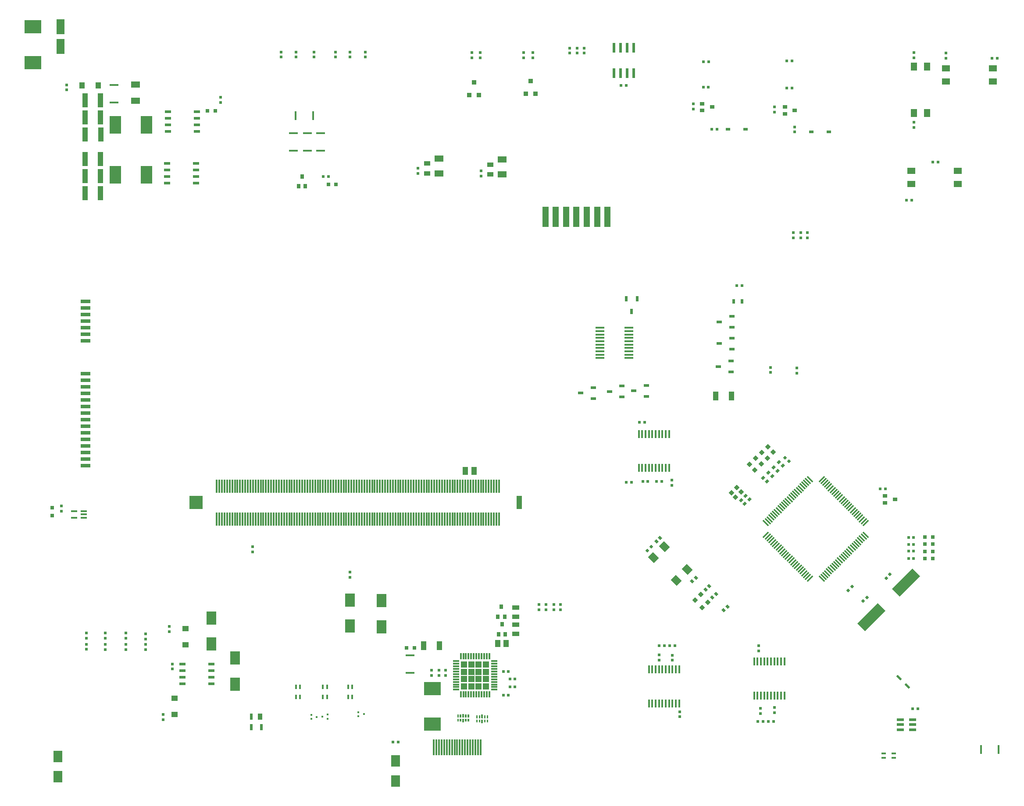
<source format=gtp>
G04 Layer_Color=8421504*
%FSLAX44Y44*%
%MOMM*%
G71*
G01*
G75*
%ADD12P,0.7071X4X360.0*%
%ADD13P,0.7071X4X270.0*%
%ADD14R,0.5000X0.5000*%
%ADD15R,0.5000X0.5000*%
%ADD16R,1.8000X2.3000*%
%ADD17R,1.8034X0.4064*%
%ADD18R,1.8288X2.5654*%
%ADD19R,0.4064X1.8034*%
%ADD20R,1.1176X2.7178*%
%ADD21R,1.3000X0.9000*%
%ADD22R,3.3000X2.5000*%
%ADD23R,0.4500X0.4000*%
%ADD24R,0.5334X1.1684*%
%ADD25R,0.9398X1.1684*%
%ADD26R,1.5500X3.0000*%
G04:AMPARAMS|DCode=27|XSize=1.1112mm|YSize=0.4008mm|CornerRadius=0mm|HoleSize=0mm|Usage=FLASHONLY|Rotation=315.000|XOffset=0mm|YOffset=0mm|HoleType=Round|Shape=Rectangle|*
%AMROTATEDRECTD27*
4,1,4,-0.5346,0.2512,-0.2512,0.5346,0.5346,-0.2512,0.2512,-0.5346,-0.5346,0.2512,0.0*
%
%ADD27ROTATEDRECTD27*%

%ADD28R,0.8064X0.5500*%
%ADD29R,0.9000X0.9500*%
%ADD30R,0.9000X0.9500*%
%ADD31R,1.1176X1.8034*%
%ADD32R,1.7780X1.2700*%
%ADD33R,1.6510X1.1430*%
%ADD34R,0.8000X0.8000*%
%ADD35R,1.2000X1.1000*%
%ADD36R,1.1000X1.2000*%
%ADD38R,0.6048X0.9016*%
%ADD39R,0.7000X0.9000*%
%ADD40R,1.2000X0.5800*%
%ADD41R,0.9000X0.7000*%
%ADD42R,0.5000X0.6000*%
G04:AMPARAMS|DCode=43|XSize=0.5mm|YSize=0.6mm|CornerRadius=0mm|HoleSize=0mm|Usage=FLASHONLY|Rotation=45.000|XOffset=0mm|YOffset=0mm|HoleType=Round|Shape=Rectangle|*
%AMROTATEDRECTD43*
4,1,4,0.0353,-0.3889,-0.3889,0.0353,-0.0353,0.3889,0.3889,-0.0353,0.0353,-0.3889,0.0*
%
%ADD43ROTATEDRECTD43*%

%ADD44R,0.6000X0.5000*%
%ADD45R,1.0160X1.3970*%
%ADD46R,1.3970X0.8128*%
G04:AMPARAMS|DCode=47|XSize=0.5mm|YSize=0.6mm|CornerRadius=0mm|HoleSize=0mm|Usage=FLASHONLY|Rotation=315.000|XOffset=0mm|YOffset=0mm|HoleType=Round|Shape=Rectangle|*
%AMROTATEDRECTD47*
4,1,4,-0.3889,-0.0353,0.0353,0.3889,0.3889,0.0353,-0.0353,-0.3889,-0.3889,-0.0353,0.0*
%
%ADD47ROTATEDRECTD47*%

G04:AMPARAMS|DCode=48|XSize=1.6mm|YSize=1.4mm|CornerRadius=0mm|HoleSize=0mm|Usage=FLASHONLY|Rotation=135.000|XOffset=0mm|YOffset=0mm|HoleType=Round|Shape=Rectangle|*
%AMROTATEDRECTD48*
4,1,4,1.0607,-0.0707,0.0707,-1.0607,-1.0607,0.0707,-0.0707,1.0607,1.0607,-0.0707,0.0*
%
%ADD48ROTATEDRECTD48*%

G04:AMPARAMS|DCode=49|XSize=0.2794mm|YSize=1.4732mm|CornerRadius=0mm|HoleSize=0mm|Usage=FLASHONLY|Rotation=225.000|XOffset=0mm|YOffset=0mm|HoleType=Round|Shape=Rectangle|*
%AMROTATEDRECTD49*
4,1,4,-0.4221,0.6196,0.6196,-0.4221,0.4221,-0.6196,-0.6196,0.4221,-0.4221,0.6196,0.0*
%
%ADD49ROTATEDRECTD49*%

G04:AMPARAMS|DCode=50|XSize=0.2794mm|YSize=1.4732mm|CornerRadius=0mm|HoleSize=0mm|Usage=FLASHONLY|Rotation=135.000|XOffset=0mm|YOffset=0mm|HoleType=Round|Shape=Rectangle|*
%AMROTATEDRECTD50*
4,1,4,0.6196,0.4221,-0.4221,-0.6196,-0.6196,-0.4221,0.4221,0.6196,0.6196,0.4221,0.0*
%
%ADD50ROTATEDRECTD50*%

%ADD51R,1.0160X0.5588*%
%ADD52R,0.5588X1.0160*%
%ADD53R,1.1684X0.3556*%
%ADD54R,1.6764X0.3556*%
%ADD55R,0.4000X1.6000*%
%ADD56R,1.3208X0.5588*%
%ADD57R,0.5588X1.9812*%
%ADD58R,1.5000X1.3000*%
%ADD59R,1.3000X1.5000*%
%ADD60R,1.2700X0.3048*%
%ADD61R,0.3048X1.2700*%
%ADD63R,0.3000X3.0480*%
%ADD65R,0.4000X0.7024*%
%ADD66R,2.2860X3.4290*%
%ADD67R,0.4000X0.9024*%
%ADD68R,0.9024X0.4000*%
%ADD69R,0.8000X0.8000*%
%ADD70P,1.1314X4X270.0*%
G04:AMPARAMS|DCode=71|XSize=0.8mm|YSize=0.8mm|CornerRadius=0mm|HoleSize=0mm|Usage=FLASHONLY|Rotation=225.000|XOffset=0mm|YOffset=0mm|HoleType=Round|Shape=Rectangle|*
%AMROTATEDRECTD71*
4,1,4,0.0000,0.5657,0.5657,0.0000,0.0000,-0.5657,-0.5657,0.0000,0.0000,0.5657,0.0*
%
%ADD71ROTATEDRECTD71*%

%ADD72R,0.8000X0.8000*%
%ADD73R,0.8000X0.8000*%
%ADD74P,1.1314X4X180.0*%
G04:AMPARAMS|DCode=75|XSize=0.8mm|YSize=0.8mm|CornerRadius=0mm|HoleSize=0mm|Usage=FLASHONLY|Rotation=135.000|XOffset=0mm|YOffset=0mm|HoleType=Round|Shape=Rectangle|*
%AMROTATEDRECTD75*
4,1,4,0.5657,0.0000,0.0000,-0.5657,-0.5657,0.0000,0.0000,0.5657,0.5657,0.0000,0.0*
%
%ADD75ROTATEDRECTD75*%

%ADD76R,1.1176X1.4986*%
%ADD77R,1.9000X0.6500*%
%ADD78R,1.2700X4.0000*%
G04:AMPARAMS|DCode=79|XSize=5.6mm|YSize=2.1mm|CornerRadius=0mm|HoleSize=0mm|Usage=FLASHONLY|Rotation=225.000|XOffset=0mm|YOffset=0mm|HoleType=Round|Shape=Rectangle|*
%AMROTATEDRECTD79*
4,1,4,1.2374,2.7224,2.7224,1.2374,-1.2374,-2.7224,-2.7224,-1.2374,1.2374,2.7224,0.0*
%
%ADD79ROTATEDRECTD79*%

%ADD80R,1.0160X2.5400*%
%ADD81R,2.5400X2.5400*%
%ADD82R,0.3302X2.5400*%
%ADD217R,0.0254X0.0254*%
G36*
X1026390Y182670D02*
X1023390D01*
Y188170D01*
X1026390D01*
Y182670D01*
D02*
G37*
G36*
X1031390D02*
X1028390D01*
Y188170D01*
X1031390D01*
Y182670D01*
D02*
G37*
G36*
X1004640Y176030D02*
X1001640D01*
Y181530D01*
X1004640D01*
Y176030D01*
D02*
G37*
G36*
X1021390Y182670D02*
X1018390D01*
Y188170D01*
X1021390D01*
Y182670D01*
D02*
G37*
G36*
X1036390D02*
X1033390D01*
Y188170D01*
X1036390D01*
Y182670D01*
D02*
G37*
G36*
X989640Y184230D02*
X986640D01*
Y189730D01*
X989640D01*
Y184230D01*
D02*
G37*
G36*
X994640D02*
X991640D01*
Y189730D01*
X994640D01*
Y184230D01*
D02*
G37*
G36*
X1041390Y182670D02*
X1038390D01*
Y188170D01*
X1041390D01*
Y182670D01*
D02*
G37*
G36*
X984640Y184230D02*
X981640D01*
Y189730D01*
X984640D01*
Y184230D01*
D02*
G37*
G36*
X1031390Y174470D02*
X1028390D01*
Y179970D01*
X1031390D01*
Y174470D01*
D02*
G37*
G36*
X1036390D02*
X1033390D01*
Y179970D01*
X1036390D01*
Y174470D01*
D02*
G37*
G36*
X1021390D02*
X1018390D01*
Y179970D01*
X1021390D01*
Y174470D01*
D02*
G37*
G36*
X1026390D02*
X1023390D01*
Y179970D01*
X1026390D01*
Y174470D01*
D02*
G37*
G36*
X1041390D02*
X1038390D01*
Y179970D01*
X1041390D01*
Y174470D01*
D02*
G37*
G36*
X994640Y176030D02*
X991640D01*
Y181530D01*
X994640D01*
Y176030D01*
D02*
G37*
G36*
X999640D02*
X996640D01*
Y181530D01*
X999640D01*
Y176030D01*
D02*
G37*
G36*
X984640D02*
X981640D01*
Y181530D01*
X984640D01*
Y176030D01*
D02*
G37*
G36*
X989640D02*
X986640D01*
Y181530D01*
X989640D01*
Y176030D01*
D02*
G37*
G36*
X1015000Y266430D02*
X1003030D01*
Y278400D01*
X1015000D01*
Y266430D01*
D02*
G37*
G36*
X1028970D02*
X1017000D01*
Y278400D01*
X1028970D01*
Y266430D01*
D02*
G37*
G36*
X1042940Y252460D02*
X1030970D01*
Y264430D01*
X1042940D01*
Y252460D01*
D02*
G37*
G36*
X1001030Y266430D02*
X989060D01*
Y278400D01*
X1001030D01*
Y266430D01*
D02*
G37*
G36*
X1042940D02*
X1030970D01*
Y278400D01*
X1042940D01*
Y266430D01*
D02*
G37*
G36*
X1028970Y280400D02*
X1017000D01*
Y292370D01*
X1028970D01*
Y280400D01*
D02*
G37*
G36*
X1042940D02*
X1030970D01*
Y292370D01*
X1042940D01*
Y280400D01*
D02*
G37*
G36*
X1001030D02*
X989060D01*
Y292370D01*
X1001030D01*
Y280400D01*
D02*
G37*
G36*
X1015000D02*
X1003030D01*
Y292370D01*
X1015000D01*
Y280400D01*
D02*
G37*
G36*
X1001030Y238490D02*
X989060D01*
Y250460D01*
X1001030D01*
Y238490D01*
D02*
G37*
G36*
X1015000D02*
X1003030D01*
Y250460D01*
X1015000D01*
Y238490D01*
D02*
G37*
G36*
X999640Y184230D02*
X996640D01*
Y189730D01*
X999640D01*
Y184230D01*
D02*
G37*
G36*
X1004640D02*
X1001640D01*
Y189730D01*
X1004640D01*
Y184230D01*
D02*
G37*
G36*
X1028970Y238490D02*
X1017000D01*
Y250460D01*
X1028970D01*
Y238490D01*
D02*
G37*
G36*
X1015000Y252460D02*
X1003030D01*
Y264430D01*
X1015000D01*
Y252460D01*
D02*
G37*
G36*
X1028970D02*
X1017000D01*
Y264430D01*
X1028970D01*
Y252460D01*
D02*
G37*
G36*
X1042940Y238490D02*
X1030970D01*
Y250460D01*
X1042940D01*
Y238490D01*
D02*
G37*
G36*
X1001030Y252460D02*
X989060D01*
Y264430D01*
X1001030D01*
Y252460D01*
D02*
G37*
D12*
X1621790Y679450D02*
D03*
X1614719Y686521D02*
D03*
D13*
X1736639Y429809D02*
D03*
X1743710Y436880D02*
D03*
X1356086Y514076D02*
D03*
X1349014Y507005D02*
D03*
X1810024Y453664D02*
D03*
X1817095Y460736D02*
D03*
X1772646Y416286D02*
D03*
X1765574Y409215D02*
D03*
D14*
X867410Y136560D02*
D03*
X857410D02*
D03*
X1349850Y640080D02*
D03*
X1339850D02*
D03*
X1333500Y754380D02*
D03*
X1343500D02*
D03*
X1318100Y638810D02*
D03*
X1308100D02*
D03*
X1376520Y640080D02*
D03*
X1366520D02*
D03*
X1531460Y1018540D02*
D03*
X1521460D02*
D03*
X1860710Y200660D02*
D03*
X1870710D02*
D03*
X1307940Y1405890D02*
D03*
X1297940D02*
D03*
X1562180Y176530D02*
D03*
X1572180D02*
D03*
X1582500D02*
D03*
X1592500D02*
D03*
X1392080Y322580D02*
D03*
X1402080D02*
D03*
X1371760D02*
D03*
X1381760D02*
D03*
D15*
X265430Y347300D02*
D03*
Y337300D02*
D03*
X302260Y347380D02*
D03*
Y337380D02*
D03*
X341630Y347300D02*
D03*
Y337300D02*
D03*
X379730Y346030D02*
D03*
Y336030D02*
D03*
X1139190Y402510D02*
D03*
Y392510D02*
D03*
X1153160Y402510D02*
D03*
Y392510D02*
D03*
X1168400Y402430D02*
D03*
Y392430D02*
D03*
X1181100Y402430D02*
D03*
Y392430D02*
D03*
X1395730Y642540D02*
D03*
Y632540D02*
D03*
X932180Y265510D02*
D03*
Y275510D02*
D03*
X431800Y287690D02*
D03*
Y277690D02*
D03*
X774700Y464740D02*
D03*
Y454740D02*
D03*
X414020Y189820D02*
D03*
Y179820D02*
D03*
X425450Y350000D02*
D03*
Y360000D02*
D03*
X1027430Y1230790D02*
D03*
Y1240790D02*
D03*
X641350Y1470500D02*
D03*
Y1460500D02*
D03*
X746760Y1470500D02*
D03*
Y1460500D02*
D03*
X905510Y1235870D02*
D03*
Y1245870D02*
D03*
X227330Y1407000D02*
D03*
Y1397000D02*
D03*
X1212850Y1468120D02*
D03*
Y1478120D02*
D03*
X1563370Y322500D02*
D03*
Y312500D02*
D03*
X1567180Y201930D02*
D03*
Y191930D02*
D03*
X1593850Y203120D02*
D03*
Y193120D02*
D03*
X1410970Y195420D02*
D03*
Y185420D02*
D03*
X1397000Y304640D02*
D03*
Y294640D02*
D03*
X1371600Y304720D02*
D03*
Y294720D02*
D03*
X586740Y514270D02*
D03*
Y504270D02*
D03*
D16*
X210820Y69400D02*
D03*
Y108400D02*
D03*
X862330Y61630D02*
D03*
Y100630D02*
D03*
D17*
X890270Y304038D02*
D03*
Y270002D02*
D03*
X717550Y1313688D02*
D03*
Y1279652D02*
D03*
X692150Y1313688D02*
D03*
Y1279652D02*
D03*
X665480Y1313688D02*
D03*
Y1279652D02*
D03*
X318770Y1406398D02*
D03*
Y1372362D02*
D03*
D18*
X506730Y376463D02*
D03*
Y325917D02*
D03*
X774700Y411353D02*
D03*
Y360807D02*
D03*
X835660Y410083D02*
D03*
Y359537D02*
D03*
X552450Y298993D02*
D03*
Y248447D02*
D03*
D19*
X703326Y1347470D02*
D03*
X669290D02*
D03*
X2026666Y121920D02*
D03*
X1992630D02*
D03*
D20*
X263144Y1263650D02*
D03*
X293116D02*
D03*
X263144Y1230630D02*
D03*
X293116D02*
D03*
X263144Y1197610D02*
D03*
X293116D02*
D03*
X263398Y1310640D02*
D03*
X293370D02*
D03*
X263144Y1343660D02*
D03*
X293116D02*
D03*
X262890Y1376680D02*
D03*
X292862D02*
D03*
D21*
X1045210Y1233830D02*
D03*
Y1252830D02*
D03*
X923290Y1235760D02*
D03*
Y1254760D02*
D03*
D22*
X933450Y240240D02*
D03*
Y171240D02*
D03*
X162560Y1518920D02*
D03*
Y1449920D02*
D03*
D23*
X801370Y190500D02*
D03*
X790870Y194500D02*
D03*
Y186500D02*
D03*
X710270Y185230D02*
D03*
X699770Y189230D02*
D03*
Y181230D02*
D03*
X721020Y185610D02*
D03*
X731520Y181610D02*
D03*
Y189610D02*
D03*
D24*
X603200Y165770D02*
D03*
X584200D02*
D03*
Y186090D02*
D03*
D25*
X601168D02*
D03*
D26*
X215900Y1518870D02*
D03*
Y1480870D02*
D03*
D27*
X1834638Y260862D02*
D03*
X1850902Y244598D02*
D03*
D28*
X1665478Y1315720D02*
D03*
X1698962D02*
D03*
X1504718Y1320800D02*
D03*
X1538202D02*
D03*
D29*
X1113840Y1389380D02*
D03*
X1123340Y1414380D02*
D03*
X1004620Y1386840D02*
D03*
X1014120Y1411840D02*
D03*
D30*
X1132840Y1389380D02*
D03*
X1023620Y1386840D02*
D03*
D31*
X1481074Y805180D02*
D03*
X1511046D02*
D03*
X917194Y322580D02*
D03*
X947166D02*
D03*
D32*
X1068070Y1234186D02*
D03*
Y1262634D02*
D03*
X946150Y1235710D02*
D03*
Y1264158D02*
D03*
D33*
X360680Y1376553D02*
D03*
Y1407287D02*
D03*
D34*
X899160Y318770D02*
D03*
X884160D02*
D03*
X1884861Y532874D02*
D03*
Y519032D02*
D03*
Y505189D02*
D03*
Y491347D02*
D03*
X747790Y1214120D02*
D03*
X514350Y1356360D02*
D03*
D35*
X457200Y324860D02*
D03*
Y355860D02*
D03*
X435610Y220900D02*
D03*
Y189900D02*
D03*
D36*
X257550Y1405890D02*
D03*
X288550D02*
D03*
D38*
X1531620Y988060D02*
D03*
X1515572D02*
D03*
D39*
X1060150Y378841D02*
D03*
X1073150D02*
D03*
X1066650Y397841D02*
D03*
X1061570Y345211D02*
D03*
X1074570D02*
D03*
X1068070Y364211D02*
D03*
X675490Y1210970D02*
D03*
X688490D02*
D03*
X681990Y1229970D02*
D03*
D40*
X477580Y1216660D02*
D03*
Y1229360D02*
D03*
Y1242060D02*
D03*
Y1254760D02*
D03*
X421580Y1216660D02*
D03*
Y1229360D02*
D03*
Y1242060D02*
D03*
Y1254760D02*
D03*
X478910Y1316990D02*
D03*
Y1329690D02*
D03*
Y1342390D02*
D03*
Y1355090D02*
D03*
X422910Y1316990D02*
D03*
Y1329690D02*
D03*
Y1342390D02*
D03*
Y1355090D02*
D03*
X450790Y287690D02*
D03*
Y274990D02*
D03*
Y262290D02*
D03*
Y249590D02*
D03*
X506790Y287690D02*
D03*
Y274990D02*
D03*
Y262290D02*
D03*
Y249590D02*
D03*
D41*
X1807870Y612290D02*
D03*
Y599290D02*
D03*
X1826870Y605790D02*
D03*
X1614170Y1363980D02*
D03*
Y1350980D02*
D03*
X1633170Y1357480D02*
D03*
X1454810Y1370480D02*
D03*
Y1357480D02*
D03*
X1473810Y1363980D02*
D03*
D42*
X1863010Y532130D02*
D03*
X1853010D02*
D03*
X1863010Y518160D02*
D03*
X1853010D02*
D03*
X1863010Y505460D02*
D03*
X1853010D02*
D03*
X1863010Y491490D02*
D03*
X1853010D02*
D03*
X1070690Y273050D02*
D03*
X1080690D02*
D03*
X1083390Y258160D02*
D03*
X1093390D02*
D03*
X1083390Y242920D02*
D03*
X1093390D02*
D03*
X1070690Y227330D02*
D03*
X1080690D02*
D03*
X732790Y1229360D02*
D03*
X722790D02*
D03*
X1798320Y626110D02*
D03*
X1808320D02*
D03*
X1910080Y1257300D02*
D03*
X1900080D02*
D03*
X1627980Y1452880D02*
D03*
X1617980D02*
D03*
X1466850Y1451610D02*
D03*
X1456850D02*
D03*
X1627980Y1400810D02*
D03*
X1617980D02*
D03*
X1466770Y1402080D02*
D03*
X1456770D02*
D03*
X1473200Y1320800D02*
D03*
X1483200D02*
D03*
X1849200Y1183640D02*
D03*
X1859200D02*
D03*
X2014380Y1457960D02*
D03*
X2024380D02*
D03*
D43*
X1496335Y391435D02*
D03*
X1503406Y398506D02*
D03*
X1481328Y423087D02*
D03*
X1474257Y416016D02*
D03*
X1468120Y438150D02*
D03*
X1461049Y431079D02*
D03*
X1435374Y447314D02*
D03*
X1442446Y454386D02*
D03*
X1366246Y524236D02*
D03*
X1373317Y531307D02*
D03*
D44*
X265430Y315790D02*
D03*
Y325790D02*
D03*
X302260Y315630D02*
D03*
Y325630D02*
D03*
X341630Y315710D02*
D03*
Y325710D02*
D03*
X379730Y315710D02*
D03*
Y325710D02*
D03*
X217170Y593010D02*
D03*
Y583010D02*
D03*
X1630680Y1111330D02*
D03*
Y1121330D02*
D03*
X1644650Y1111250D02*
D03*
Y1121250D02*
D03*
X1657350Y1111250D02*
D03*
Y1121250D02*
D03*
X946150Y265590D02*
D03*
Y275590D02*
D03*
X958850Y265510D02*
D03*
Y275510D02*
D03*
X704850Y1460500D02*
D03*
Y1470500D02*
D03*
X670560Y1470500D02*
D03*
Y1460500D02*
D03*
X803910Y1460500D02*
D03*
Y1470500D02*
D03*
X774700Y1470500D02*
D03*
Y1460500D02*
D03*
X1226820Y1478120D02*
D03*
Y1468120D02*
D03*
X1586230Y860900D02*
D03*
Y850900D02*
D03*
X1637030Y859710D02*
D03*
Y849710D02*
D03*
X1198880Y1478120D02*
D03*
Y1468120D02*
D03*
X1633220Y1325720D02*
D03*
Y1315720D02*
D03*
X1593850Y1353900D02*
D03*
Y1363900D02*
D03*
X1437640Y1360170D02*
D03*
Y1370170D02*
D03*
X1127760Y1459310D02*
D03*
Y1469310D02*
D03*
X1925320Y1468040D02*
D03*
Y1458040D02*
D03*
X1109980Y1459310D02*
D03*
Y1469310D02*
D03*
X1863090Y1459310D02*
D03*
Y1469310D02*
D03*
Y1324690D02*
D03*
Y1334690D02*
D03*
X1026160Y1459230D02*
D03*
Y1469230D02*
D03*
X1009650Y1459310D02*
D03*
Y1469310D02*
D03*
X524510Y1372950D02*
D03*
Y1382950D02*
D03*
D45*
X1075817Y326771D02*
D03*
X1060323D02*
D03*
D46*
X1094740Y396494D02*
D03*
Y378968D02*
D03*
Y363474D02*
D03*
Y345948D02*
D03*
D47*
X1592854Y667746D02*
D03*
X1599926Y660674D02*
D03*
X1603015Y677906D02*
D03*
X1610086Y670834D02*
D03*
X1538519Y612861D02*
D03*
X1545590Y605790D02*
D03*
X1529629Y603971D02*
D03*
X1536700Y596900D02*
D03*
X1582695Y657586D02*
D03*
X1589766Y650514D02*
D03*
X1572534Y647426D02*
D03*
X1579606Y640354D02*
D03*
D48*
X1404388Y449296D02*
D03*
X1360547Y493137D02*
D03*
X1425601Y470509D02*
D03*
X1381760Y514350D02*
D03*
D49*
X1662405Y644948D02*
D03*
X1658869Y641412D02*
D03*
X1655334Y637877D02*
D03*
X1651798Y634341D02*
D03*
X1648263Y630806D02*
D03*
X1644727Y627270D02*
D03*
X1641192Y623735D02*
D03*
X1637656Y620199D02*
D03*
X1634121Y616664D02*
D03*
X1630585Y613128D02*
D03*
X1627050Y609593D02*
D03*
X1623514Y606057D02*
D03*
X1619978Y602522D02*
D03*
X1616443Y598986D02*
D03*
X1612907Y595451D02*
D03*
X1609372Y591915D02*
D03*
X1605836Y588379D02*
D03*
X1602301Y584844D02*
D03*
X1598765Y581308D02*
D03*
X1595230Y577773D02*
D03*
X1591694Y574237D02*
D03*
X1588159Y570702D02*
D03*
X1584623Y567166D02*
D03*
X1581088Y563631D02*
D03*
X1577552Y560095D02*
D03*
X1685315Y452332D02*
D03*
X1688851Y455868D02*
D03*
X1692386Y459403D02*
D03*
X1695922Y462939D02*
D03*
X1699457Y466474D02*
D03*
X1702993Y470010D02*
D03*
X1706528Y473545D02*
D03*
X1710064Y477081D02*
D03*
X1713599Y480616D02*
D03*
X1717135Y484152D02*
D03*
X1720670Y487687D02*
D03*
X1724206Y491223D02*
D03*
X1727742Y494758D02*
D03*
X1731277Y498294D02*
D03*
X1734813Y501829D02*
D03*
X1738348Y505365D02*
D03*
X1741884Y508901D02*
D03*
X1745419Y512436D02*
D03*
X1748955Y515972D02*
D03*
X1752490Y519507D02*
D03*
X1756026Y523043D02*
D03*
X1759561Y526578D02*
D03*
X1763097Y530114D02*
D03*
X1766632Y533649D02*
D03*
X1770168Y537185D02*
D03*
D50*
X1577552D02*
D03*
X1581088Y533649D02*
D03*
X1584623Y530114D02*
D03*
X1588159Y526578D02*
D03*
X1591694Y523043D02*
D03*
X1595230Y519507D02*
D03*
X1598765Y515972D02*
D03*
X1602301Y512436D02*
D03*
X1605836Y508901D02*
D03*
X1609372Y505365D02*
D03*
X1612907Y501829D02*
D03*
X1616443Y498294D02*
D03*
X1619978Y494758D02*
D03*
X1623514Y491223D02*
D03*
X1627050Y487687D02*
D03*
X1630585Y484152D02*
D03*
X1634121Y480616D02*
D03*
X1637656Y477081D02*
D03*
X1641192Y473545D02*
D03*
X1644727Y470010D02*
D03*
X1648263Y466474D02*
D03*
X1651798Y462939D02*
D03*
X1655334Y459403D02*
D03*
X1658869Y455868D02*
D03*
X1662405Y452332D02*
D03*
X1770168Y560095D02*
D03*
X1766632Y563631D02*
D03*
X1763097Y567166D02*
D03*
X1759561Y570702D02*
D03*
X1756026Y574237D02*
D03*
X1752490Y577773D02*
D03*
X1748955Y581308D02*
D03*
X1745419Y584844D02*
D03*
X1741884Y588379D02*
D03*
X1738348Y591915D02*
D03*
X1734813Y595451D02*
D03*
X1731277Y598986D02*
D03*
X1727742Y602522D02*
D03*
X1724206Y606057D02*
D03*
X1720670Y609593D02*
D03*
X1717135Y613128D02*
D03*
X1713599Y616664D02*
D03*
X1710064Y620199D02*
D03*
X1706528Y623735D02*
D03*
X1702993Y627270D02*
D03*
X1699457Y630806D02*
D03*
X1695922Y634341D02*
D03*
X1692386Y637877D02*
D03*
X1688851Y641412D02*
D03*
X1685315Y644948D02*
D03*
D51*
X1322578Y815340D02*
D03*
X1346962Y825840D02*
D03*
Y804840D02*
D03*
X1487678Y948690D02*
D03*
X1512062Y959190D02*
D03*
Y938190D02*
D03*
X1487678Y906780D02*
D03*
X1512062Y917280D02*
D03*
Y896280D02*
D03*
X1485900Y862330D02*
D03*
X1510284Y872830D02*
D03*
Y851830D02*
D03*
X1220216Y811190D02*
D03*
X1244600Y821690D02*
D03*
Y800690D02*
D03*
X1275588Y814070D02*
D03*
X1299972Y824570D02*
D03*
Y803570D02*
D03*
D52*
X1318600Y968756D02*
D03*
X1308100Y993140D02*
D03*
X1329100D02*
D03*
D53*
X241808Y570080D02*
D03*
Y583080D02*
D03*
X261112D02*
D03*
Y576580D02*
D03*
Y570080D02*
D03*
D54*
X1313434Y937300D02*
D03*
Y930800D02*
D03*
Y924300D02*
D03*
Y917800D02*
D03*
Y911300D02*
D03*
Y904800D02*
D03*
Y898300D02*
D03*
Y891800D02*
D03*
Y885300D02*
D03*
Y878800D02*
D03*
X1257046Y878800D02*
D03*
Y885300D02*
D03*
Y891800D02*
D03*
Y898300D02*
D03*
Y904800D02*
D03*
Y911300D02*
D03*
Y917800D02*
D03*
Y924300D02*
D03*
Y930800D02*
D03*
Y937300D02*
D03*
D55*
X1390730Y732250D02*
D03*
X1384230D02*
D03*
X1377730D02*
D03*
X1371230D02*
D03*
X1364730D02*
D03*
X1358230D02*
D03*
X1351730D02*
D03*
X1345230D02*
D03*
X1338730D02*
D03*
X1332230D02*
D03*
X1390730Y666750D02*
D03*
X1384230D02*
D03*
X1377730D02*
D03*
X1371230D02*
D03*
X1364730D02*
D03*
X1358230D02*
D03*
X1351730D02*
D03*
X1345230D02*
D03*
X1338730D02*
D03*
X1332230D02*
D03*
X1613500Y292100D02*
D03*
X1607000D02*
D03*
X1600500D02*
D03*
X1594000D02*
D03*
X1587500D02*
D03*
X1581000D02*
D03*
X1574500D02*
D03*
X1568000D02*
D03*
X1561500D02*
D03*
X1555000D02*
D03*
X1613500Y226600D02*
D03*
X1607000D02*
D03*
X1600500D02*
D03*
X1594000D02*
D03*
X1587500D02*
D03*
X1581000D02*
D03*
X1574500D02*
D03*
X1568000D02*
D03*
X1561500D02*
D03*
X1555000D02*
D03*
X1351800Y211360D02*
D03*
X1358300D02*
D03*
X1364800D02*
D03*
X1371300D02*
D03*
X1377800D02*
D03*
X1384300D02*
D03*
X1390800D02*
D03*
X1397300D02*
D03*
X1403800D02*
D03*
X1410300D02*
D03*
X1351800Y276860D02*
D03*
X1358300D02*
D03*
X1364800D02*
D03*
X1371300D02*
D03*
X1377800D02*
D03*
X1384300D02*
D03*
X1390800D02*
D03*
X1397300D02*
D03*
X1403800D02*
D03*
X1410300D02*
D03*
D56*
X1837182Y179680D02*
D03*
Y170180D02*
D03*
Y160680D02*
D03*
X1861058D02*
D03*
Y170180D02*
D03*
Y179680D02*
D03*
D57*
X1283970Y1478788D02*
D03*
X1296670D02*
D03*
X1309370D02*
D03*
X1322070D02*
D03*
Y1429512D02*
D03*
X1309370D02*
D03*
X1296670D02*
D03*
X1283970D02*
D03*
D58*
X1948180Y1215390D02*
D03*
Y1240790D02*
D03*
X1858180Y1215390D02*
D03*
Y1240790D02*
D03*
X2015490Y1413510D02*
D03*
Y1438910D02*
D03*
X1925490Y1413510D02*
D03*
Y1438910D02*
D03*
D59*
X1888490Y1442550D02*
D03*
X1863090D02*
D03*
X1888490Y1352550D02*
D03*
X1863090D02*
D03*
D60*
X979170Y292930D02*
D03*
Y287930D02*
D03*
Y282930D02*
D03*
Y277930D02*
D03*
Y272930D02*
D03*
Y267930D02*
D03*
Y262930D02*
D03*
Y257930D02*
D03*
Y252930D02*
D03*
Y247930D02*
D03*
Y242930D02*
D03*
Y237930D02*
D03*
X1052830D02*
D03*
Y242930D02*
D03*
Y247930D02*
D03*
Y252930D02*
D03*
Y257930D02*
D03*
Y262930D02*
D03*
Y267930D02*
D03*
Y272930D02*
D03*
Y277930D02*
D03*
Y282930D02*
D03*
Y287930D02*
D03*
Y292930D02*
D03*
D61*
X988500Y228600D02*
D03*
X993500D02*
D03*
X998500D02*
D03*
X1003500D02*
D03*
X1008500D02*
D03*
X1013500D02*
D03*
X1018500D02*
D03*
X1023500D02*
D03*
X1028500D02*
D03*
X1033500D02*
D03*
X1038500D02*
D03*
X1043500D02*
D03*
Y302260D02*
D03*
X1038500D02*
D03*
X1033500D02*
D03*
X1028500D02*
D03*
X1023500D02*
D03*
X1013500D02*
D03*
X1008500D02*
D03*
X998500D02*
D03*
X993500D02*
D03*
X988500D02*
D03*
X1018500D02*
D03*
X1003500D02*
D03*
D63*
X936600Y126310D02*
D03*
X941600D02*
D03*
X946600D02*
D03*
X951600D02*
D03*
X956600D02*
D03*
X961600D02*
D03*
X966600D02*
D03*
X971600D02*
D03*
X976600D02*
D03*
X981600D02*
D03*
X986600D02*
D03*
X991600D02*
D03*
X996600D02*
D03*
X1001600D02*
D03*
X1006600D02*
D03*
X1011600D02*
D03*
X1016600D02*
D03*
X1021600D02*
D03*
X1026600D02*
D03*
D65*
X993140Y187742D02*
D03*
Y178018D02*
D03*
X1029890Y176458D02*
D03*
Y186182D02*
D03*
D66*
X321818Y1233170D02*
D03*
X381762D02*
D03*
X321818Y1329690D02*
D03*
X381762D02*
D03*
D67*
X722250Y223668D02*
D03*
X730250D02*
D03*
X678370Y243692D02*
D03*
X670370D02*
D03*
X678370Y223668D02*
D03*
X670370D02*
D03*
X778890Y243692D02*
D03*
X770890D02*
D03*
X778890Y223668D02*
D03*
X770890D02*
D03*
X730250Y243692D02*
D03*
X722250D02*
D03*
D68*
X1804818Y114490D02*
D03*
Y106490D02*
D03*
X1824842Y114490D02*
D03*
Y106490D02*
D03*
D69*
X1899861Y532874D02*
D03*
Y519032D02*
D03*
Y505189D02*
D03*
Y491347D02*
D03*
X732790Y1214120D02*
D03*
X499350Y1356360D02*
D03*
D70*
X1465093Y406851D02*
D03*
X1451610Y421640D02*
D03*
X1518920Y609600D02*
D03*
X1510853Y618043D02*
D03*
D71*
X1454486Y396245D02*
D03*
X1441003Y411033D02*
D03*
X1529527Y620207D02*
D03*
X1521460Y628650D02*
D03*
D72*
X199390Y574280D02*
D03*
D73*
Y589280D02*
D03*
D74*
X1580327Y685353D02*
D03*
X1591757Y696783D02*
D03*
X1568450Y674370D02*
D03*
X1556197Y662493D02*
D03*
D75*
X1569720Y695960D02*
D03*
X1581150Y707390D02*
D03*
X1557843Y684977D02*
D03*
X1545590Y673100D02*
D03*
D76*
X1014095Y660400D02*
D03*
X997585D02*
D03*
D77*
X264160Y670560D02*
D03*
Y683260D02*
D03*
Y695960D02*
D03*
Y708660D02*
D03*
Y721360D02*
D03*
Y734060D02*
D03*
Y746760D02*
D03*
Y759460D02*
D03*
Y772160D02*
D03*
Y784860D02*
D03*
Y797560D02*
D03*
Y810260D02*
D03*
Y822960D02*
D03*
Y835660D02*
D03*
Y848360D02*
D03*
Y911810D02*
D03*
Y924510D02*
D03*
Y937210D02*
D03*
Y949910D02*
D03*
Y962610D02*
D03*
Y975310D02*
D03*
Y988010D02*
D03*
D78*
X1271900Y1151890D02*
D03*
X1251900D02*
D03*
X1231900D02*
D03*
X1211900D02*
D03*
X1191900D02*
D03*
X1171900D02*
D03*
X1151900D02*
D03*
D79*
X1848418Y445068D02*
D03*
X1781242Y377892D02*
D03*
D80*
X1101598Y599440D02*
D03*
D81*
X477520D02*
D03*
D82*
X1062398Y567776D02*
D03*
X1057398D02*
D03*
X1052398D02*
D03*
X1047398D02*
D03*
X1042398D02*
D03*
X1037398D02*
D03*
X1032398D02*
D03*
X1027398D02*
D03*
X1022398D02*
D03*
X1017398D02*
D03*
X1012398D02*
D03*
X1007398D02*
D03*
X1002398D02*
D03*
X997398D02*
D03*
X992398D02*
D03*
X987398D02*
D03*
X982398D02*
D03*
X977398D02*
D03*
X972398D02*
D03*
X967398D02*
D03*
X962398D02*
D03*
X957398D02*
D03*
X952398D02*
D03*
X947398D02*
D03*
X942398D02*
D03*
X937398D02*
D03*
X932398D02*
D03*
X927398D02*
D03*
X922398D02*
D03*
X917398D02*
D03*
X912398D02*
D03*
X907398D02*
D03*
X902398D02*
D03*
X897398D02*
D03*
X892398D02*
D03*
X887398D02*
D03*
X882398D02*
D03*
X877398D02*
D03*
X872398D02*
D03*
X867398D02*
D03*
X862398D02*
D03*
X857398D02*
D03*
X852398D02*
D03*
X847398D02*
D03*
X842398D02*
D03*
X837398D02*
D03*
X832398D02*
D03*
X827398D02*
D03*
X822398D02*
D03*
X817398D02*
D03*
X812398D02*
D03*
X807398D02*
D03*
X802398D02*
D03*
X797398D02*
D03*
X792398D02*
D03*
X787398D02*
D03*
X782398D02*
D03*
X777398D02*
D03*
X772398D02*
D03*
X767398D02*
D03*
X762398D02*
D03*
X757398D02*
D03*
X752398D02*
D03*
X747398D02*
D03*
X742398D02*
D03*
X737398D02*
D03*
X732398D02*
D03*
X727398D02*
D03*
X722398D02*
D03*
X717398D02*
D03*
X712398D02*
D03*
X707398D02*
D03*
X702398D02*
D03*
X697398D02*
D03*
X692398D02*
D03*
X687398D02*
D03*
X682398D02*
D03*
X677398D02*
D03*
X672398D02*
D03*
X667398D02*
D03*
X662398D02*
D03*
X657398D02*
D03*
X652398D02*
D03*
X647398D02*
D03*
X642398D02*
D03*
X637398D02*
D03*
X632398D02*
D03*
X627398D02*
D03*
X622398D02*
D03*
X617398D02*
D03*
X612398D02*
D03*
X607398D02*
D03*
X602398D02*
D03*
X597398D02*
D03*
X592398D02*
D03*
X587398D02*
D03*
X582398D02*
D03*
X577398D02*
D03*
X572398D02*
D03*
X567398D02*
D03*
X562398D02*
D03*
X557398D02*
D03*
X552398D02*
D03*
X547398D02*
D03*
X542398D02*
D03*
X537398D02*
D03*
X532398D02*
D03*
X527398D02*
D03*
X522398D02*
D03*
X517398D02*
D03*
X1062398Y630936D02*
D03*
X1057398D02*
D03*
X1052398D02*
D03*
X1047398D02*
D03*
X1042398D02*
D03*
X1037398D02*
D03*
X1032398D02*
D03*
X1027398D02*
D03*
X1022398D02*
D03*
X1017398D02*
D03*
X1012398D02*
D03*
X1007398D02*
D03*
X1002398D02*
D03*
X997398D02*
D03*
X992398D02*
D03*
X987398D02*
D03*
X982398D02*
D03*
X977398D02*
D03*
X972398D02*
D03*
X967398D02*
D03*
X962398D02*
D03*
X957398D02*
D03*
X952398D02*
D03*
X947398D02*
D03*
X942398D02*
D03*
X937398D02*
D03*
X932398D02*
D03*
X927398D02*
D03*
X922398D02*
D03*
X917398D02*
D03*
X912398D02*
D03*
X907398D02*
D03*
X902398D02*
D03*
X897398D02*
D03*
X892398D02*
D03*
X887398D02*
D03*
X882398D02*
D03*
X877398D02*
D03*
X872398D02*
D03*
X867398D02*
D03*
X862398D02*
D03*
X857398D02*
D03*
X852398D02*
D03*
X847398D02*
D03*
X842398D02*
D03*
X837398D02*
D03*
X832398D02*
D03*
X827398D02*
D03*
X822398D02*
D03*
X817398D02*
D03*
X812398D02*
D03*
X807398D02*
D03*
X802398D02*
D03*
X797398D02*
D03*
X792398D02*
D03*
X787398D02*
D03*
X782398D02*
D03*
X777398D02*
D03*
X772398D02*
D03*
X767398D02*
D03*
X762398D02*
D03*
X757398D02*
D03*
X752398D02*
D03*
X747398D02*
D03*
X742398D02*
D03*
X737398D02*
D03*
X732398D02*
D03*
X727398D02*
D03*
X722398D02*
D03*
X717398D02*
D03*
X712398D02*
D03*
X707398D02*
D03*
X702398D02*
D03*
X697398D02*
D03*
X692398D02*
D03*
X687398D02*
D03*
X682398D02*
D03*
X677398D02*
D03*
X672398D02*
D03*
X667398D02*
D03*
X662398D02*
D03*
X657398D02*
D03*
X652398D02*
D03*
X647398D02*
D03*
X642398D02*
D03*
X637398D02*
D03*
X632398D02*
D03*
X627398D02*
D03*
X622398D02*
D03*
X617398D02*
D03*
X612398D02*
D03*
X607398D02*
D03*
X602398D02*
D03*
X597398D02*
D03*
X592398D02*
D03*
X587398D02*
D03*
X582398D02*
D03*
X577398D02*
D03*
X572398D02*
D03*
X567398D02*
D03*
X562398D02*
D03*
X557398D02*
D03*
X552398D02*
D03*
X547398D02*
D03*
X542398D02*
D03*
X537398D02*
D03*
X532398D02*
D03*
X527398D02*
D03*
X522398D02*
D03*
X517398D02*
D03*
D217*
X1016000Y265430D02*
D03*
M02*

</source>
